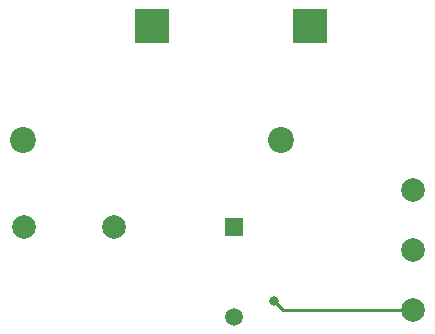
<source format=gbr>
G04 #@! TF.GenerationSoftware,KiCad,Pcbnew,5.0.2-bee76a0~70~ubuntu18.04.1*
G04 #@! TF.CreationDate,2019-01-01T14:42:11-08:00*
G04 #@! TF.ProjectId,Outlet_Relay_V1,4f75746c-6574-45f5-9265-6c61795f5631,rev?*
G04 #@! TF.SameCoordinates,Original*
G04 #@! TF.FileFunction,Copper,L2,Bot*
G04 #@! TF.FilePolarity,Positive*
%FSLAX46Y46*%
G04 Gerber Fmt 4.6, Leading zero omitted, Abs format (unit mm)*
G04 Created by KiCad (PCBNEW 5.0.2-bee76a0~70~ubuntu18.04.1) date Tue 01 Jan 2019 02:42:11 PM PST*
%MOMM*%
%LPD*%
G01*
G04 APERTURE LIST*
G04 #@! TA.AperFunction,ComponentPad*
%ADD10R,3.000000X3.000000*%
G04 #@! TD*
G04 #@! TA.AperFunction,ComponentPad*
%ADD11C,2.200000*%
G04 #@! TD*
G04 #@! TA.AperFunction,ComponentPad*
%ADD12C,2.000000*%
G04 #@! TD*
G04 #@! TA.AperFunction,ComponentPad*
%ADD13R,1.520000X1.520000*%
G04 #@! TD*
G04 #@! TA.AperFunction,ComponentPad*
%ADD14C,1.520000*%
G04 #@! TD*
G04 #@! TA.AperFunction,ViaPad*
%ADD15C,0.800000*%
G04 #@! TD*
G04 #@! TA.AperFunction,Conductor*
%ADD16C,0.250000*%
G04 #@! TD*
G04 APERTURE END LIST*
D10*
G04 #@! TO.P,Vin,1*
G04 #@! TO.N,Vin*
X149872700Y-68414900D03*
G04 #@! TD*
D11*
G04 #@! TO.P,F1,1*
G04 #@! TO.N,Net-(F1-Pad1)*
X125605000Y-78130400D03*
G04 #@! TO.P,F1,2*
G04 #@! TO.N,Vin*
X147445000Y-78130400D03*
G04 #@! TD*
D12*
G04 #@! TO.P,J1,1*
G04 #@! TO.N,/5V*
X158584900Y-92456000D03*
G04 #@! TO.P,J1,2*
G04 #@! TO.N,/CTL*
X158584900Y-87376000D03*
G04 #@! TO.P,J1,3*
G04 #@! TO.N,GND*
X158584900Y-82296000D03*
G04 #@! TD*
D13*
G04 #@! TO.P,K1,1*
G04 #@! TO.N,Net-(D1-Pad2)*
X143459200Y-85471000D03*
D12*
G04 #@! TO.P,K1,2*
G04 #@! TO.N,Vout*
X133299200Y-85471000D03*
G04 #@! TO.P,K1,3*
G04 #@! TO.N,Net-(F1-Pad1)*
X125679200Y-85471000D03*
D14*
G04 #@! TO.P,K1,5*
G04 #@! TO.N,/5V*
X143459200Y-93091000D03*
G04 #@! TD*
D10*
G04 #@! TO.P,Vout,1*
G04 #@! TO.N,Vout*
X136499600Y-68414900D03*
G04 #@! TD*
D15*
G04 #@! TO.N,/5V*
X146862800Y-91757500D03*
G04 #@! TD*
D16*
G04 #@! TO.N,/5V*
X158584900Y-92456000D02*
X147561300Y-92456000D01*
X147561300Y-92456000D02*
X146862800Y-91757500D01*
G04 #@! TD*
M02*

</source>
